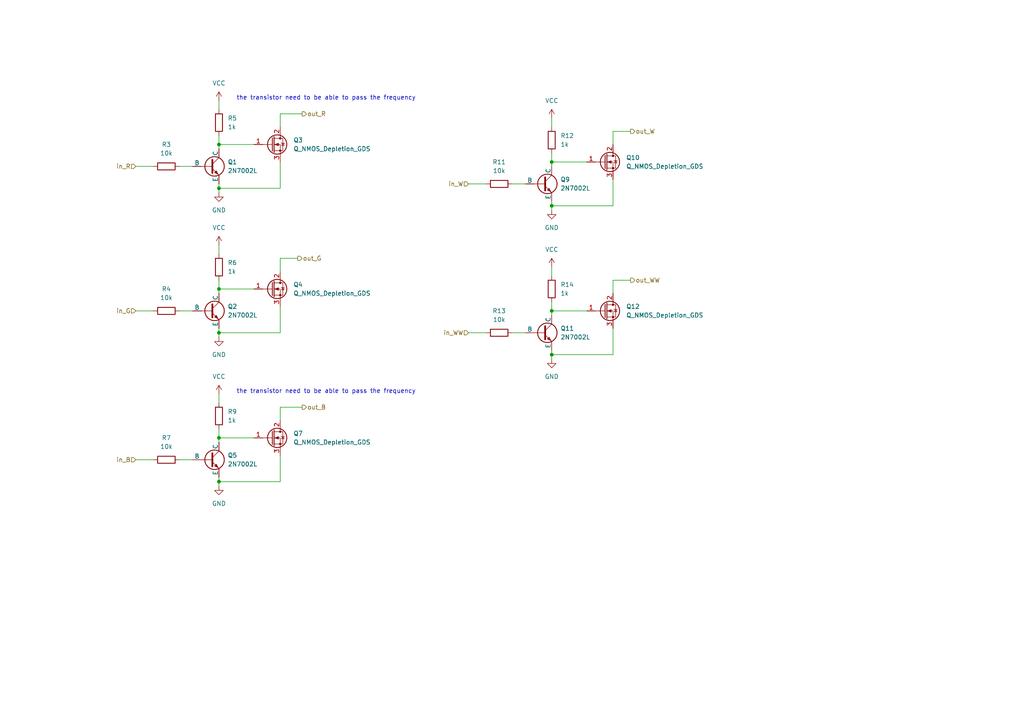
<source format=kicad_sch>
(kicad_sch (version 20230121) (generator eeschema)
  (paper "A4")
  (lib_symbols
    (symbol "Device:Q_NMOS_Depletion_GDS" (pin_names (offset 0) hide)
      (property "Reference" "Q" (at 5.08 1.905 0))
      (property "Value" "Q_NMOS_Depletion_GDS" (at 5.08 0 0))
      (symbol "Q_NMOS_Depletion_GDS_0_1"
        (polyline (pts (xy 0.254 0) (xy -2.54 0)))
        (polyline (pts (xy 0.254 1.905) (xy 0.254 -1.905)) (stroke (width 0.254)))
        (polyline (pts (xy 0.762 2.286) (xy 0.762 -2.286)) (stroke (width 0.254)))
        (polyline (pts (xy 2.54 2.54) (xy 2.54 1.778)))
        (polyline (pts (xy 2.54 -2.54) (xy 2.54 0) (xy 0.762 0)))
        (polyline (pts (xy 0.762 -1.778) (xy 3.302 -1.778) (xy 3.302 1.778) (xy 0.762 1.778)))
        (polyline (pts (xy 1.016 0) (xy 2.032 0.381) (xy 2.032 -0.381) (xy 1.016 0)) (fill (type outline)))
        (polyline (pts (xy 2.794 0.508) (xy 2.921 0.381) (xy 3.683 0.381) (xy 3.81 0.254)))
        (polyline (pts (xy 3.302 0.381) (xy 2.921 -0.254) (xy 3.683 -0.254) (xy 3.302 0.381)))
        (circle (center 1.651 0) (radius 2.794) (stroke (width 0.254)))
        (circle (center 2.54 -1.778) (radius 0.254) (fill (type outline)))
        (circle (center 2.54 1.778) (radius 0.254) (fill (type outline)))
      )
      (symbol "Q_NMOS_Depletion_GDS_1_1"
        (pin input line (at -5.08 0 0) (length 2.54) (name "G") (number "1"))
        (pin passive line (at 2.54 5.08 270) (length 2.54) (name "D") (number "2"))
        (pin passive line (at 2.54 -5.08 90) (length 2.54) (name "S") (number "3"))
      )
    )
    (symbol "Device:R" (pin_numbers hide) (pin_names (offset 0))
      (property "Reference" "R" (at 2.032 0 90))
      (property "Value" "R" (at 0 0 90))
      (symbol "R_0_1"
        (rectangle (start -1.016 -2.54) (end 1.016 2.54) (stroke (width 0.254)))
      )
      (symbol "R_1_1"
        (pin passive line (at 0 3.81 270) (length 1.27) (name "~") (number "1"))
        (pin passive line (at 0 -3.81 90) (length 1.27) (name "~") (number "2"))
      )
    )
    (symbol "Simulation_SPICE:NPN" (pin_numbers hide) (pin_names (offset 0))
      (property "Reference" "Q" (at -2.54 7.62 0))
      (property "Value" "NPN" (at -2.54 5.08 0))
      (symbol "NPN_0_1"
        (polyline (pts (xy -2.54 0) (xy 0.635 0)) (stroke (width 0.1524)))
        (polyline (pts (xy 0.635 0.635) (xy 2.54 2.54)))
        (polyline (pts (xy 2.794 -1.27) (xy 2.794 -1.27)) (stroke (width 0.1524)))
        (polyline (pts (xy 2.794 -1.27) (xy 2.794 -1.27)) (stroke (width 0.1524)))
        (polyline (pts (xy 0.635 -0.635) (xy 2.54 -2.54) (xy 2.54 -2.54)))
        (polyline (pts (xy 0.635 1.905) (xy 0.635 -1.905) (xy 0.635 -1.905)) (stroke (width 0.508)))
        (polyline (pts (xy 1.27 -1.778) (xy 1.778 -1.27) (xy 2.286 -2.286) (xy 1.27 -1.778) (xy 1.27 -1.778)) (fill (type outline)))
        (circle (center 1.27 0) (radius 2.8194) (stroke (width 0.254)))
      )
      (symbol "NPN_1_1"
        (pin open_collector line (at 2.54 5.08 270) (length 2.54) (name "C") (number "1"))
        (pin input line (at -5.08 0 0) (length 2.54) (name "B") (number "2"))
        (pin open_emitter line (at 2.54 -5.08 90) (length 2.54) (name "E") (number "3"))
      )
    )
    (symbol "power:GND" (power) (pin_names (offset 0))
      (property "Value" "GND" (at 0 -3.81 0))
      (symbol "GND_0_1"
        (polyline (pts (xy 0 0) (xy 0 -1.27) (xy 1.27 -1.27) (xy 0 -2.54) (xy -1.27 -1.27) (xy 0 -1.27)))
      )
      (symbol "GND_1_1"
        (pin power_in line (at 0 0 270) (length 0) hide (name "GND") (number "1"))
      )
    )
    (symbol "power:VCC" (power) (pin_names (offset 0))
      (property "Value" "VCC" (at 0 3.81 0))
      (symbol "VCC_0_1"
        (polyline (pts (xy -0.762 1.27) (xy 0 2.54)))
        (polyline (pts (xy 0 0) (xy 0 2.54)))
        (polyline (pts (xy 0 2.54) (xy 0.762 1.27)))
      )
      (symbol "VCC_1_1"
        (pin power_in line (at 0 0 90) (length 0) hide (name "VCC") (number "1"))
      )
    )
  )
  (junction (at 160.02 59.69))
  (junction (at 160.02 102.87))
  (junction (at 63.5 96.52))
  (junction (at 63.5 139.7))
  (junction (at 63.5 41.91))
  (junction (at 63.5 54.61))
  (junction (at 160.02 46.99))
  (junction (at 63.5 127))
  (junction (at 63.5 83.82))
  (junction (at 160.02 90.17))
  (wire (pts (xy 160.02 46.99) (xy 170.18 46.99)))
  (wire (pts (xy 81.28 54.61) (xy 63.5 54.61)))
  (wire (pts (xy 160.02 90.17) (xy 160.02 91.44)))
  (wire (pts (xy 135.89 53.34) (xy 140.97 53.34)))
  (wire (pts (xy 160.02 87.63) (xy 160.02 90.17)))
  (wire (pts (xy 52.07 90.17) (xy 55.88 90.17)))
  (wire (pts (xy 177.8 52.07) (xy 177.8 59.69)))
  (wire (pts (xy 160.02 77.47) (xy 160.02 80.01)))
  (wire (pts (xy 81.28 88.9) (xy 81.28 96.52)))
  (wire (pts (xy 160.02 58.42) (xy 160.02 59.69)))
  (wire (pts (xy 177.8 59.69) (xy 160.02 59.69)))
  (wire (pts (xy 160.02 59.69) (xy 160.02 60.96)))
  (wire (pts (xy 135.89 96.52) (xy 140.97 96.52)))
  (wire (pts (xy 81.28 96.52) (xy 63.5 96.52)))
  (wire (pts (xy 63.5 53.34) (xy 63.5 54.61)))
  (wire (pts (xy 177.8 95.25) (xy 177.8 102.87)))
  (wire (pts (xy 63.5 127) (xy 73.66 127)))
  (wire (pts (xy 148.59 53.34) (xy 152.4 53.34)))
  (wire (pts (xy 39.37 133.35) (xy 44.45 133.35)))
  (wire (pts (xy 182.88 38.1) (xy 177.8 38.1)))
  (wire (pts (xy 182.88 81.28) (xy 177.8 81.28)))
  (wire (pts (xy 63.5 81.28) (xy 63.5 83.82)))
  (wire (pts (xy 160.02 46.99) (xy 160.02 48.26)))
  (wire (pts (xy 177.8 38.1) (xy 177.8 41.91)))
  (wire (pts (xy 160.02 90.17) (xy 170.18 90.17)))
  (wire (pts (xy 63.5 39.37) (xy 63.5 41.91)))
  (wire (pts (xy 81.28 132.08) (xy 81.28 139.7)))
  (wire (pts (xy 63.5 41.91) (xy 63.5 43.18)))
  (wire (pts (xy 81.28 33.02) (xy 81.28 36.83)))
  (wire (pts (xy 160.02 102.87) (xy 160.02 104.14)))
  (wire (pts (xy 63.5 138.43) (xy 63.5 139.7)))
  (wire (pts (xy 63.5 139.7) (xy 63.5 140.97)))
  (wire (pts (xy 81.28 74.93) (xy 81.28 78.74)))
  (wire (pts (xy 87.63 118.11) (xy 81.28 118.11)))
  (wire (pts (xy 148.59 96.52) (xy 152.4 96.52)))
  (wire (pts (xy 63.5 54.61) (xy 63.5 55.88)))
  (wire (pts (xy 63.5 41.91) (xy 73.66 41.91)))
  (wire (pts (xy 52.07 48.26) (xy 55.88 48.26)))
  (wire (pts (xy 63.5 127) (xy 63.5 128.27)))
  (wire (pts (xy 177.8 81.28) (xy 177.8 85.09)))
  (wire (pts (xy 63.5 95.25) (xy 63.5 96.52)))
  (wire (pts (xy 177.8 102.87) (xy 160.02 102.87)))
  (wire (pts (xy 81.28 46.99) (xy 81.28 54.61)))
  (wire (pts (xy 63.5 124.46) (xy 63.5 127)))
  (wire (pts (xy 160.02 101.6) (xy 160.02 102.87)))
  (wire (pts (xy 81.28 139.7) (xy 63.5 139.7)))
  (wire (pts (xy 63.5 96.52) (xy 63.5 97.79)))
  (wire (pts (xy 160.02 44.45) (xy 160.02 46.99)))
  (wire (pts (xy 63.5 83.82) (xy 63.5 85.09)))
  (wire (pts (xy 39.37 90.17) (xy 44.45 90.17)))
  (wire (pts (xy 52.07 133.35) (xy 55.88 133.35)))
  (wire (pts (xy 39.37 48.26) (xy 44.45 48.26)))
  (wire (pts (xy 63.5 83.82) (xy 73.66 83.82)))
  (wire (pts (xy 81.28 118.11) (xy 81.28 121.92)))
  (wire (pts (xy 63.5 114.3) (xy 63.5 116.84)))
  (wire (pts (xy 63.5 29.21) (xy 63.5 31.75)))
  (wire (pts (xy 160.02 34.29) (xy 160.02 36.83)))
  (wire (pts (xy 86.36 74.93) (xy 81.28 74.93)))
  (wire (pts (xy 87.63 33.02) (xy 81.28 33.02)))
  (wire (pts (xy 63.5 71.12) (xy 63.5 73.66)))
  (text "the transistor need to be able to pass the frequency" (at 68.58 114.3 0) (effects (font (size 1.27 1.27)) (justify left bottom)))
  (text "the transistor need to be able to pass the frequency" (at 68.58 29.21 0) (effects (font (size 1.27 1.27)) (justify left bottom)))
  (hierarchical_label "in_WW" (shape input) (at 135.89 96.52 180))
  (hierarchical_label "out_G" (shape output) (at 86.36 74.93 0))
  (hierarchical_label "in_B" (shape input) (at 39.37 133.35 180))
  (hierarchical_label "in_W" (shape input) (at 135.89 53.34 180))
  (hierarchical_label "in_G" (shape input) (at 39.37 90.17 180))
  (hierarchical_label "out_WW" (shape output) (at 182.88 81.28 0))
  (hierarchical_label "in_R" (shape input) (at 39.37 48.26 180))
  (hierarchical_label "out_W" (shape output) (at 182.88 38.1 0))
  (hierarchical_label "out_B" (shape output) (at 87.63 118.11 0))
  (hierarchical_label "out_R" (shape output) (at 87.63 33.02 0))
  (symbol (lib_id "Device:R") (at 63.5 77.47 180) (unit 1)
    (property "Reference" "R6" (at 66.04 76.2 0) (effects (justify right)))
    (property "Value" "1k" (at 66.04 78.74 0) (effects (justify right)))
    (instances (project "Phishy_WLED" (path "" (reference "R6") (unit 1))) (project "DeskWorkShelf" (path "" (reference "R10") (unit 1)) (path "" (reference "R12") (unit 1))))
  )
  (symbol (lib_id "Device:R") (at 144.78 96.52 90) (unit 1)
    (property "Reference" "R13" (at 144.78 90.17 90))
    (property "Value" "10k" (at 144.78 92.71 90))
    (instances (project "Phishy_WLED" (path "" (reference "R13") (unit 1))) (project "DeskWorkShelf" (path "" (reference "R9") (unit 1)) (path "" (reference "R11") (unit 1))))
  )
  (symbol (lib_id "Device:Q_NMOS_Depletion_GDS") (at 78.74 127 0) (unit 1)
    (property "Reference" "Q7" (at 85.09 125.73 0) (effects (justify left)))
    (property "Value" "Q_NMOS_Depletion_GDS" (at 85.09 128.27 0) (effects (justify left)))
    (instances (project "Phishy_WLED" (path "" (reference "Q7") (unit 1))) (project "DeskWorkShelf" (path "" (reference "Q4") (unit 1)) (path "" (reference "Q2") (unit 1))))
  )
  (symbol (lib_id "Device:R") (at 48.26 133.35 90) (unit 1)
    (property "Reference" "R7" (at 48.26 127 90))
    (property "Value" "10k" (at 48.26 129.54 90))
    (instances (project "Phishy_WLED" (path "" (reference "R7") (unit 1))) (project "DeskWorkShelf" (path "" (reference "R9") (unit 1)) (path "" (reference "R9") (unit 1))))
  )
  (symbol (lib_id "Device:R") (at 48.26 90.17 90) (unit 1)
    (property "Reference" "R4" (at 48.26 83.82 90))
    (property "Value" "10k" (at 48.26 86.36 90))
    (instances (project "Phishy_WLED" (path "" (reference "R4") (unit 1))) (project "DeskWorkShelf" (path "" (reference "R9") (unit 1)) (path "" (reference "R11") (unit 1))))
  )
  (symbol (lib_id "Simulation_SPICE:NPN") (at 60.96 48.26 0) (unit 1)
    (property "Reference" "Q1" (at 66.04 46.99 0) (effects (justify left)))
    (property "Value" "2N7002L" (at 66.04 49.53 0) (effects (justify left)))
    (property "Footprint" "Package_TO_SOT_SMD:SOT-23-3" (effects hide))
    (property "Sim.Device" "NPN" (effects hide))
    (property "Sim.Type" "GUMMELPOON" (effects hide))
    (property "Sim.Pins" "1=C 2=B 3=E" (effects hide))
    (instances (project "Phishy_WLED" (path "" (reference "Q1") (unit 1))) (project "DeskWorkShelf" (path "" (reference "Q3") (unit 1)) (path "" (reference "Q1") (unit 1))))
  )
  (symbol (lib_id "power:GND") (at 160.02 104.14 0) (unit 1)
    (property "Reference" "#PWR019" (effects hide))
    (property "Value" "GND" (at 160.02 109.22 0))
    (instances (project "Phishy_WLED" (path "" (reference "#PWR019") (unit 1))) (project "DeskWorkShelf" (path "" (reference "#PWR04") (unit 1)) (path "" (reference "#PWR017") (unit 1))))
  )
  (symbol (lib_id "Device:Q_NMOS_Depletion_GDS") (at 175.26 46.99 0) (unit 1)
    (property "Reference" "Q10" (at 181.61 45.72 0) (effects (justify left)))
    (property "Value" "Q_NMOS_Depletion_GDS" (at 181.61 48.26 0) (effects (justify left)))
    (instances (project "Phishy_WLED" (path "" (reference "Q10") (unit 1))) (project "DeskWorkShelf" (path "" (reference "Q4") (unit 1)) (path "" (reference "Q4") (unit 1))))
  )
  (symbol (lib_id "Device:R") (at 48.26 48.26 90) (unit 1)
    (property "Reference" "R3" (at 48.26 41.91 90))
    (property "Value" "10k" (at 48.26 44.45 90))
    (instances (project "Phishy_WLED" (path "" (reference "R3") (unit 1))) (project "DeskWorkShelf" (path "" (reference "R9") (unit 1)) (path "" (reference "R9") (unit 1))))
  )
  (symbol (lib_id "Simulation_SPICE:NPN") (at 60.96 133.35 0) (unit 1)
    (property "Reference" "Q5" (at 66.04 132.08 0) (effects (justify left)))
    (property "Value" "2N7002L" (at 66.04 134.62 0) (effects (justify left)))
    (property "Footprint" "Package_TO_SOT_SMD:SOT-23-3" (effects hide))
    (property "Sim.Device" "NPN" (effects hide))
    (property "Sim.Type" "GUMMELPOON" (effects hide))
    (property "Sim.Pins" "1=C 2=B 3=E" (effects hide))
    (instances (project "Phishy_WLED" (path "" (reference "Q5") (unit 1))) (project "DeskWorkShelf" (path "" (reference "Q3") (unit 1)) (path "" (reference "Q1") (unit 1))))
  )
  (symbol (lib_id "power:GND") (at 63.5 140.97 0) (unit 1)
    (property "Reference" "#PWR013" (effects hide))
    (property "Value" "GND" (at 63.5 146.05 0))
    (instances (project "Phishy_WLED" (path "" (reference "#PWR013") (unit 1))) (project "DeskWorkShelf" (path "" (reference "#PWR04") (unit 1)) (path "" (reference "#PWR05") (unit 1))))
  )
  (symbol (lib_id "power:VCC") (at 63.5 71.12 0) (unit 1)
    (property "Reference" "#PWR010" (effects hide))
    (property "Value" "VCC" (at 63.5 66.04 0))
  )
  (symbol (lib_id "Simulation_SPICE:NPN") (at 157.48 96.52 0) (unit 1)
    (property "Reference" "Q11" (at 162.56 95.25 0) (effects (justify left)))
    (property "Value" "2N7002L" (at 162.56 97.79 0) (effects (justify left)))
    (property "Footprint" "Package_TO_SOT_SMD:SOT-23-3" (effects hide))
    (property "Sim.Device" "NPN" (effects hide))
    (property "Sim.Type" "GUMMELPOON" (effects hide))
    (property "Sim.Pins" "1=C 2=B 3=E" (effects hide))
    (instances (project "Phishy_WLED" (path "" (reference "Q11") (unit 1))) (project "DeskWorkShelf" (path "" (reference "Q3") (unit 1)) (path "" (reference "Q3") (unit 1))))
  )
  (symbol (lib_id "power:VCC") (at 63.5 114.3 0) (unit 1)
    (property "Reference" "#PWR012" (effects hide))
    (property "Value" "VCC" (at 63.5 109.22 0))
  )
  (symbol (lib_id "Device:R") (at 160.02 40.64 180) (unit 1)
    (property "Reference" "R12" (at 162.56 39.37 0) (effects (justify right)))
    (property "Value" "1k" (at 162.56 41.91 0) (effects (justify right)))
    (instances (project "Phishy_WLED" (path "" (reference "R12") (unit 1))) (project "DeskWorkShelf" (path "" (reference "R10") (unit 1)) (path "" (reference "R12") (unit 1))))
  )
  (symbol (lib_id "power:VCC") (at 63.5 29.21 0) (unit 1)
    (property "Reference" "#PWR08" (effects hide))
    (property "Value" "VCC" (at 63.5 24.13 0))
  )
  (symbol (lib_id "Simulation_SPICE:NPN") (at 60.96 90.17 0) (unit 1)
    (property "Reference" "Q2" (at 66.04 88.9 0) (effects (justify left)))
    (property "Value" "2N7002L" (at 66.04 91.44 0) (effects (justify left)))
    (property "Footprint" "Package_TO_SOT_SMD:SOT-23-3" (effects hide))
    (property "Sim.Device" "NPN" (effects hide))
    (property "Sim.Type" "GUMMELPOON" (effects hide))
    (property "Sim.Pins" "1=C 2=B 3=E" (effects hide))
    (instances (project "Phishy_WLED" (path "" (reference "Q2") (unit 1))) (project "DeskWorkShelf" (path "" (reference "Q3") (unit 1)) (path "" (reference "Q3") (unit 1))))
  )
  (symbol (lib_id "Device:Q_NMOS_Depletion_GDS") (at 78.74 41.91 0) (unit 1)
    (property "Reference" "Q3" (at 85.09 40.64 0) (effects (justify left)))
    (property "Value" "Q_NMOS_Depletion_GDS" (at 85.09 43.18 0) (effects (justify left)))
    (instances (project "Phishy_WLED" (path "" (reference "Q3") (unit 1))) (project "DeskWorkShelf" (path "" (reference "Q4") (unit 1)) (path "" (reference "Q2") (unit 1))))
  )
  (symbol (lib_id "Device:R") (at 144.78 53.34 90) (unit 1)
    (property "Reference" "R11" (at 144.78 46.99 90))
    (property "Value" "10k" (at 144.78 49.53 90))
    (instances (project "Phishy_WLED" (path "" (reference "R11") (unit 1))) (project "DeskWorkShelf" (path "" (reference "R9") (unit 1)) (path "" (reference "R11") (unit 1))))
  )
  (symbol (lib_id "Device:Q_NMOS_Depletion_GDS") (at 78.74 83.82 0) (unit 1)
    (property "Reference" "Q4" (at 85.09 82.55 0) (effects (justify left)))
    (property "Value" "Q_NMOS_Depletion_GDS" (at 85.09 85.09 0) (effects (justify left)))
  )
  (symbol (lib_id "power:GND") (at 63.5 55.88 0) (unit 1)
    (property "Reference" "#PWR09" (effects hide))
    (property "Value" "GND" (at 63.5 60.96 0))
    (instances (project "Phishy_WLED" (path "" (reference "#PWR09") (unit 1))) (project "DeskWorkShelf" (path "" (reference "#PWR04") (unit 1)) (path "" (reference "#PWR05") (unit 1))))
  )
  (symbol (lib_id "Device:R") (at 160.02 83.82 180) (unit 1)
    (property "Reference" "R14" (at 162.56 82.55 0) (effects (justify right)))
    (property "Value" "1k" (at 162.56 85.09 0) (effects (justify right)))
    (instances (project "Phishy_WLED" (path "" (reference "R14") (unit 1))) (project "DeskWorkShelf" (path "" (reference "R10") (unit 1)) (path "" (reference "R12") (unit 1))))
  )
  (symbol (lib_id "power:GND") (at 160.02 60.96 0) (unit 1)
    (property "Reference" "#PWR017" (effects hide))
    (property "Value" "GND" (at 160.02 66.04 0))
    (instances (project "Phishy_WLED" (path "" (reference "#PWR017") (unit 1))) (project "DeskWorkShelf" (path "" (reference "#PWR04") (unit 1)) (path "" (reference "#PWR017") (unit 1))))
  )
  (symbol (lib_id "Simulation_SPICE:NPN") (at 157.48 53.34 0) (unit 1)
    (property "Reference" "Q9" (at 162.56 52.07 0) (effects (justify left)))
    (property "Value" "2N7002L" (at 162.56 54.61 0) (effects (justify left)))
    (property "Footprint" "Package_TO_SOT_SMD:SOT-23-3" (effects hide))
    (property "Sim.Device" "NPN" (effects hide))
    (property "Sim.Type" "GUMMELPOON" (effects hide))
    (property "Sim.Pins" "1=C 2=B 3=E" (effects hide))
    (instances (project "Phishy_WLED" (path "" (reference "Q9") (unit 1))) (project "DeskWorkShelf" (path "" (reference "Q3") (unit 1)) (path "" (reference "Q3") (unit 1))))
  )
  (symbol (lib_id "Device:R") (at 63.5 120.65 180) (unit 1)
    (property "Reference" "R9" (at 66.04 119.38 0) (effects (justify right)))
    (property "Value" "1k" (at 66.04 121.92 0) (effects (justify right)))
    (instances (project "Phishy_WLED" (path "" (reference "R9") (unit 1))) (project "DeskWorkShelf" (path "" (reference "R10") (unit 1)) (path "" (reference "R10") (unit 1))))
  )
  (symbol (lib_id "power:VCC") (at 160.02 34.29 0) (unit 1)
    (property "Reference" "#PWR016" (effects hide))
    (property "Value" "VCC" (at 160.02 29.21 0))
  )
  (symbol (lib_id "power:GND") (at 63.5 97.79 0) (unit 1)
    (property "Reference" "#PWR011" (effects hide))
    (property "Value" "GND" (at 63.5 102.87 0))
    (instances (project "Phishy_WLED" (path "" (reference "#PWR011") (unit 1))) (project "DeskWorkShelf" (path "" (reference "#PWR04") (unit 1)) (path "" (reference "#PWR017") (unit 1))))
  )
  (symbol (lib_id "power:VCC") (at 160.02 77.47 0) (unit 1)
    (property "Reference" "#PWR018" (effects hide))
    (property "Value" "VCC" (at 160.02 72.39 0))
  )
  (symbol (lib_id "Device:Q_NMOS_Depletion_GDS") (at 175.26 90.17 0) (unit 1)
    (property "Reference" "Q12" (at 181.61 88.9 0) (effects (justify left)))
    (property "Value" "Q_NMOS_Depletion_GDS" (at 181.61 91.44 0) (effects (justify left)))
    (instances (project "Phishy_WLED" (path "" (reference "Q12") (unit 1))) (project "DeskWorkShelf" (path "" (reference "Q4") (unit 1)) (path "" (reference "Q4") (unit 1))))
  )
  (symbol (lib_id "Device:R") (at 63.5 35.56 180) (unit 1)
    (property "Reference" "R5" (at 66.04 34.29 0) (effects (justify right)))
    (property "Value" "1k" (at 66.04 36.83 0) (effects (justify right)))
    (instances (project "Phishy_WLED" (path "" (reference "R5") (unit 1))) (project "DeskWorkShelf" (path "" (reference "R10") (unit 1)) (path "" (reference "R10") (unit 1))))
  )
)
</source>
